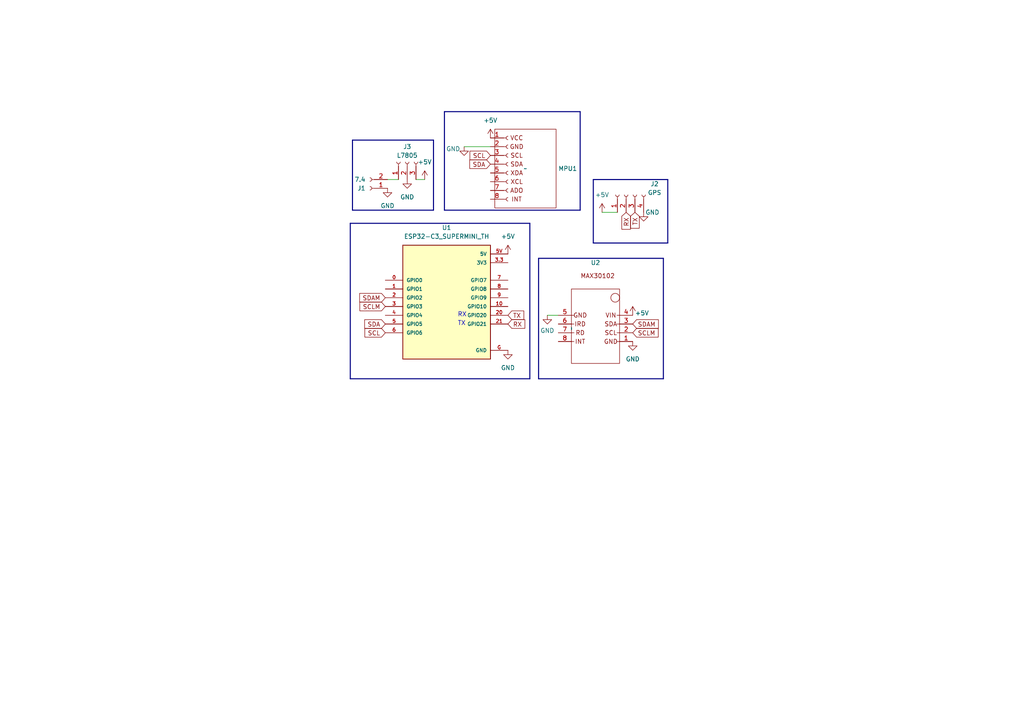
<source format=kicad_sch>
(kicad_sch (version 20230121) (generator eeschema)

  (uuid 04f87a8a-b6fa-48c9-add2-fbab3b3fb7dc)

  (paper "A4")

  (lib_symbols
    (symbol "Connector:Conn_01x02_Socket" (pin_names (offset 1.016) hide) (in_bom yes) (on_board yes)
      (property "Reference" "J" (at 0 2.54 0)
        (effects (font (size 1.27 1.27)))
      )
      (property "Value" "Conn_01x02_Socket" (at 0 -5.08 0)
        (effects (font (size 1.27 1.27)))
      )
      (property "Footprint" "" (at 0 0 0)
        (effects (font (size 1.27 1.27)) hide)
      )
      (property "Datasheet" "~" (at 0 0 0)
        (effects (font (size 1.27 1.27)) hide)
      )
      (property "ki_locked" "" (at 0 0 0)
        (effects (font (size 1.27 1.27)))
      )
      (property "ki_keywords" "connector" (at 0 0 0)
        (effects (font (size 1.27 1.27)) hide)
      )
      (property "ki_description" "Generic connector, single row, 01x02, script generated" (at 0 0 0)
        (effects (font (size 1.27 1.27)) hide)
      )
      (property "ki_fp_filters" "Connector*:*_1x??_*" (at 0 0 0)
        (effects (font (size 1.27 1.27)) hide)
      )
      (symbol "Conn_01x02_Socket_1_1"
        (arc (start 0 -2.032) (mid -0.5058 -2.54) (end 0 -3.048)
          (stroke (width 0.1524) (type default))
          (fill (type none))
        )
        (polyline
          (pts
            (xy -1.27 -2.54)
            (xy -0.508 -2.54)
          )
          (stroke (width 0.1524) (type default))
          (fill (type none))
        )
        (polyline
          (pts
            (xy -1.27 0)
            (xy -0.508 0)
          )
          (stroke (width 0.1524) (type default))
          (fill (type none))
        )
        (arc (start 0 0.508) (mid -0.5058 0) (end 0 -0.508)
          (stroke (width 0.1524) (type default))
          (fill (type none))
        )
        (pin passive line (at -5.08 0 0) (length 3.81)
          (name "Pin_1" (effects (font (size 1.27 1.27))))
          (number "1" (effects (font (size 1.27 1.27))))
        )
        (pin passive line (at -5.08 -2.54 0) (length 3.81)
          (name "Pin_2" (effects (font (size 1.27 1.27))))
          (number "2" (effects (font (size 1.27 1.27))))
        )
      )
    )
    (symbol "Connector:Conn_01x03_Socket" (pin_names (offset 1.016) hide) (in_bom yes) (on_board yes)
      (property "Reference" "J" (at 0 5.08 0)
        (effects (font (size 1.27 1.27)))
      )
      (property "Value" "Conn_01x03_Socket" (at 0 -5.08 0)
        (effects (font (size 1.27 1.27)))
      )
      (property "Footprint" "" (at 0 0 0)
        (effects (font (size 1.27 1.27)) hide)
      )
      (property "Datasheet" "~" (at 0 0 0)
        (effects (font (size 1.27 1.27)) hide)
      )
      (property "ki_locked" "" (at 0 0 0)
        (effects (font (size 1.27 1.27)))
      )
      (property "ki_keywords" "connector" (at 0 0 0)
        (effects (font (size 1.27 1.27)) hide)
      )
      (property "ki_description" "Generic connector, single row, 01x03, script generated" (at 0 0 0)
        (effects (font (size 1.27 1.27)) hide)
      )
      (property "ki_fp_filters" "Connector*:*_1x??_*" (at 0 0 0)
        (effects (font (size 1.27 1.27)) hide)
      )
      (symbol "Conn_01x03_Socket_1_1"
        (arc (start 0 -2.032) (mid -0.5058 -2.54) (end 0 -3.048)
          (stroke (width 0.1524) (type default))
          (fill (type none))
        )
        (polyline
          (pts
            (xy -1.27 -2.54)
            (xy -0.508 -2.54)
          )
          (stroke (width 0.1524) (type default))
          (fill (type none))
        )
        (polyline
          (pts
            (xy -1.27 0)
            (xy -0.508 0)
          )
          (stroke (width 0.1524) (type default))
          (fill (type none))
        )
        (polyline
          (pts
            (xy -1.27 2.54)
            (xy -0.508 2.54)
          )
          (stroke (width 0.1524) (type default))
          (fill (type none))
        )
        (arc (start 0 0.508) (mid -0.5058 0) (end 0 -0.508)
          (stroke (width 0.1524) (type default))
          (fill (type none))
        )
        (arc (start 0 3.048) (mid -0.5058 2.54) (end 0 2.032)
          (stroke (width 0.1524) (type default))
          (fill (type none))
        )
        (pin passive line (at -5.08 2.54 0) (length 3.81)
          (name "Pin_1" (effects (font (size 1.27 1.27))))
          (number "1" (effects (font (size 1.27 1.27))))
        )
        (pin passive line (at -5.08 0 0) (length 3.81)
          (name "Pin_2" (effects (font (size 1.27 1.27))))
          (number "2" (effects (font (size 1.27 1.27))))
        )
        (pin passive line (at -5.08 -2.54 0) (length 3.81)
          (name "Pin_3" (effects (font (size 1.27 1.27))))
          (number "3" (effects (font (size 1.27 1.27))))
        )
      )
    )
    (symbol "Connector:Conn_01x04_Socket" (pin_names (offset 1.016) hide) (in_bom yes) (on_board yes)
      (property "Reference" "J" (at 0 5.08 0)
        (effects (font (size 1.27 1.27)))
      )
      (property "Value" "Conn_01x04_Socket" (at 0 -7.62 0)
        (effects (font (size 1.27 1.27)))
      )
      (property "Footprint" "" (at 0 0 0)
        (effects (font (size 1.27 1.27)) hide)
      )
      (property "Datasheet" "~" (at 0 0 0)
        (effects (font (size 1.27 1.27)) hide)
      )
      (property "ki_locked" "" (at 0 0 0)
        (effects (font (size 1.27 1.27)))
      )
      (property "ki_keywords" "connector" (at 0 0 0)
        (effects (font (size 1.27 1.27)) hide)
      )
      (property "ki_description" "Generic connector, single row, 01x04, script generated" (at 0 0 0)
        (effects (font (size 1.27 1.27)) hide)
      )
      (property "ki_fp_filters" "Connector*:*_1x??_*" (at 0 0 0)
        (effects (font (size 1.27 1.27)) hide)
      )
      (symbol "Conn_01x04_Socket_1_1"
        (arc (start 0 -4.572) (mid -0.5058 -5.08) (end 0 -5.588)
          (stroke (width 0.1524) (type default))
          (fill (type none))
        )
        (arc (start 0 -2.032) (mid -0.5058 -2.54) (end 0 -3.048)
          (stroke (width 0.1524) (type default))
          (fill (type none))
        )
        (polyline
          (pts
            (xy -1.27 -5.08)
            (xy -0.508 -5.08)
          )
          (stroke (width 0.1524) (type default))
          (fill (type none))
        )
        (polyline
          (pts
            (xy -1.27 -2.54)
            (xy -0.508 -2.54)
          )
          (stroke (width 0.1524) (type default))
          (fill (type none))
        )
        (polyline
          (pts
            (xy -1.27 0)
            (xy -0.508 0)
          )
          (stroke (width 0.1524) (type default))
          (fill (type none))
        )
        (polyline
          (pts
            (xy -1.27 2.54)
            (xy -0.508 2.54)
          )
          (stroke (width 0.1524) (type default))
          (fill (type none))
        )
        (arc (start 0 0.508) (mid -0.5058 0) (end 0 -0.508)
          (stroke (width 0.1524) (type default))
          (fill (type none))
        )
        (arc (start 0 3.048) (mid -0.5058 2.54) (end 0 2.032)
          (stroke (width 0.1524) (type default))
          (fill (type none))
        )
        (pin passive line (at -5.08 2.54 0) (length 3.81)
          (name "Pin_1" (effects (font (size 1.27 1.27))))
          (number "1" (effects (font (size 1.27 1.27))))
        )
        (pin passive line (at -5.08 0 0) (length 3.81)
          (name "Pin_2" (effects (font (size 1.27 1.27))))
          (number "2" (effects (font (size 1.27 1.27))))
        )
        (pin passive line (at -5.08 -2.54 0) (length 3.81)
          (name "Pin_3" (effects (font (size 1.27 1.27))))
          (number "3" (effects (font (size 1.27 1.27))))
        )
        (pin passive line (at -5.08 -5.08 0) (length 3.81)
          (name "Pin_4" (effects (font (size 1.27 1.27))))
          (number "4" (effects (font (size 1.27 1.27))))
        )
      )
    )
    (symbol "ESP32-C3_SUPERMINI_TH:ESP32-C3_SUPERMINI_TH" (pin_names (offset 1.016)) (in_bom yes) (on_board yes)
      (property "Reference" "U" (at -12.7 16.002 0)
        (effects (font (size 1.27 1.27)) (justify left bottom))
      )
      (property "Value" "ESP32-C3_SUPERMINI_TH" (at -12.7 -20.32 0)
        (effects (font (size 1.27 1.27)) (justify left bottom))
      )
      (property "Footprint" "ESP32-C3_SUPERMINI_TH:MODULE_ESP32-C3_SUPERMINI" (at 0 0 0)
        (effects (font (size 1.27 1.27)) (justify bottom) hide)
      )
      (property "Datasheet" "" (at 0 0 0)
        (effects (font (size 1.27 1.27)) hide)
      )
      (property "MF" "Espressif Systems" (at 0 0 0)
        (effects (font (size 1.27 1.27)) (justify bottom) hide)
      )
      (property "MAXIMUM_PACKAGE_HEIGHT" "4.2mm" (at 0 0 0)
        (effects (font (size 1.27 1.27)) (justify bottom) hide)
      )
      (property "Package" "Package" (at 0 0 0)
        (effects (font (size 1.27 1.27)) (justify bottom) hide)
      )
      (property "Price" "None" (at 0 0 0)
        (effects (font (size 1.27 1.27)) (justify bottom) hide)
      )
      (property "Check_prices" "https://www.snapeda.com/parts/ESP32-C3%20SuperMini_TH/Espressif+Systems/view-part/?ref=eda" (at 0 0 0)
        (effects (font (size 1.27 1.27)) (justify bottom) hide)
      )
      (property "STANDARD" "Manufacturer Recommendations" (at 0 0 0)
        (effects (font (size 1.27 1.27)) (justify bottom) hide)
      )
      (property "PARTREV" "" (at 0 0 0)
        (effects (font (size 1.27 1.27)) (justify bottom) hide)
      )
      (property "SnapEDA_Link" "https://www.snapeda.com/parts/ESP32-C3%20SuperMini_TH/Espressif+Systems/view-part/?ref=snap" (at 0 0 0)
        (effects (font (size 1.27 1.27)) (justify bottom) hide)
      )
      (property "MP" "ESP32-C3 SuperMini_TH" (at 0 0 0)
        (effects (font (size 1.27 1.27)) (justify bottom) hide)
      )
      (property "Description" "\n                        \n                            Super tiny ESP32-C3 board\n                        \n" (at 0 0 0)
        (effects (font (size 1.27 1.27)) (justify bottom) hide)
      )
      (property "Availability" "Not in stock" (at 0 0 0)
        (effects (font (size 1.27 1.27)) (justify bottom) hide)
      )
      (property "MANUFACTURER" "Espressif" (at 0 0 0)
        (effects (font (size 1.27 1.27)) (justify bottom) hide)
      )
      (symbol "ESP32-C3_SUPERMINI_TH_0_0"
        (rectangle (start -12.7 -17.78) (end 12.7 15.24)
          (stroke (width 0.254) (type default))
          (fill (type background))
        )
        (pin bidirectional line (at -17.78 5.08 0) (length 5.08)
          (name "GPIO0" (effects (font (size 1.016 1.016))))
          (number "0" (effects (font (size 1.016 1.016))))
        )
        (pin bidirectional line (at -17.78 2.54 0) (length 5.08)
          (name "GPIO1" (effects (font (size 1.016 1.016))))
          (number "1" (effects (font (size 1.016 1.016))))
        )
        (pin bidirectional line (at 17.78 -2.54 180) (length 5.08)
          (name "GPIO10" (effects (font (size 1.016 1.016))))
          (number "10" (effects (font (size 1.016 1.016))))
        )
        (pin bidirectional line (at -17.78 0 0) (length 5.08)
          (name "GPIO2" (effects (font (size 1.016 1.016))))
          (number "2" (effects (font (size 1.016 1.016))))
        )
        (pin bidirectional line (at 17.78 -5.08 180) (length 5.08)
          (name "GPIO20" (effects (font (size 1.016 1.016))))
          (number "20" (effects (font (size 1.016 1.016))))
        )
        (pin bidirectional line (at 17.78 -7.62 180) (length 5.08)
          (name "GPIO21" (effects (font (size 1.016 1.016))))
          (number "21" (effects (font (size 1.016 1.016))))
        )
        (pin bidirectional line (at -17.78 -2.54 0) (length 5.08)
          (name "GPIO3" (effects (font (size 1.016 1.016))))
          (number "3" (effects (font (size 1.016 1.016))))
        )
        (pin power_in line (at 17.78 10.16 180) (length 5.08)
          (name "3V3" (effects (font (size 1.016 1.016))))
          (number "3.3" (effects (font (size 1.016 1.016))))
        )
        (pin bidirectional line (at -17.78 -5.08 0) (length 5.08)
          (name "GPIO4" (effects (font (size 1.016 1.016))))
          (number "4" (effects (font (size 1.016 1.016))))
        )
        (pin bidirectional line (at -17.78 -7.62 0) (length 5.08)
          (name "GPIO5" (effects (font (size 1.016 1.016))))
          (number "5" (effects (font (size 1.016 1.016))))
        )
        (pin power_in line (at 17.78 12.7 180) (length 5.08)
          (name "5V" (effects (font (size 1.016 1.016))))
          (number "5V" (effects (font (size 1.016 1.016))))
        )
        (pin bidirectional line (at -17.78 -10.16 0) (length 5.08)
          (name "GPIO6" (effects (font (size 1.016 1.016))))
          (number "6" (effects (font (size 1.016 1.016))))
        )
        (pin bidirectional line (at 17.78 5.08 180) (length 5.08)
          (name "GPIO7" (effects (font (size 1.016 1.016))))
          (number "7" (effects (font (size 1.016 1.016))))
        )
        (pin bidirectional line (at 17.78 2.54 180) (length 5.08)
          (name "GPIO8" (effects (font (size 1.016 1.016))))
          (number "8" (effects (font (size 1.016 1.016))))
        )
        (pin bidirectional line (at 17.78 0 180) (length 5.08)
          (name "GPIO9" (effects (font (size 1.016 1.016))))
          (number "9" (effects (font (size 1.016 1.016))))
        )
        (pin power_in line (at 17.78 -15.24 180) (length 5.08)
          (name "GND" (effects (font (size 1.016 1.016))))
          (number "G" (effects (font (size 1.016 1.016))))
        )
      )
    )
    (symbol "Huellas mias:MPU6050" (in_bom yes) (on_board yes)
      (property "Reference" "MPU6050" (at 0 13.97 0)
        (effects (font (size 1.27 1.27)))
      )
      (property "Value" "" (at 0 0 0)
        (effects (font (size 1.27 1.27)))
      )
      (property "Footprint" "" (at 0 0 0)
        (effects (font (size 1.27 1.27)) hide)
      )
      (property "Datasheet" "" (at 0 0 0)
        (effects (font (size 1.27 1.27)) hide)
      )
      (symbol "MPU6050_0_1"
        (rectangle (start 8.89 -11.43) (end -8.89 11.43)
          (stroke (width 0) (type default))
          (fill (type none))
        )
      )
      (symbol "MPU6050_1_1"
        (arc (start -5.08 -8.382) (mid -5.5858 -8.89) (end -5.08 -9.398)
          (stroke (width 0.1524) (type default))
          (fill (type none))
        )
        (arc (start -5.08 -5.842) (mid -5.5858 -6.35) (end -5.08 -6.858)
          (stroke (width 0.1524) (type default))
          (fill (type none))
        )
        (arc (start -5.08 -3.302) (mid -5.5858 -3.81) (end -5.08 -4.318)
          (stroke (width 0.1524) (type default))
          (fill (type none))
        )
        (arc (start -5.08 -0.762) (mid -5.5858 -1.27) (end -5.08 -1.778)
          (stroke (width 0.1524) (type default))
          (fill (type none))
        )
        (arc (start -5.08 1.778) (mid -5.5858 1.27) (end -5.08 0.762)
          (stroke (width 0.1524) (type default))
          (fill (type none))
        )
        (arc (start -5.08 4.318) (mid -5.5858 3.81) (end -5.08 3.302)
          (stroke (width 0.1524) (type default))
          (fill (type none))
        )
        (arc (start -5.08 6.858) (mid -5.5858 6.35) (end -5.08 5.842)
          (stroke (width 0.1524) (type default))
          (fill (type none))
        )
        (arc (start -5.08 9.398) (mid -5.5858 8.89) (end -5.08 8.382)
          (stroke (width 0.1524) (type default))
          (fill (type none))
        )
        (polyline
          (pts
            (xy -6.35 -8.89)
            (xy -5.588 -8.89)
          )
          (stroke (width 0.1524) (type default))
          (fill (type none))
        )
        (polyline
          (pts
            (xy -6.35 -6.35)
            (xy -5.588 -6.35)
          )
          (stroke (width 0.1524) (type default))
          (fill (type none))
        )
        (polyline
          (pts
            (xy -6.35 -3.81)
            (xy -5.588 -3.81)
          )
          (stroke (width 0.1524) (type default))
          (fill (type none))
        )
        (polyline
          (pts
            (xy -6.35 -1.27)
            (xy -5.588 -1.27)
          )
          (stroke (width 0.1524) (type default))
          (fill (type none))
        )
        (polyline
          (pts
            (xy -6.35 1.27)
            (xy -5.588 1.27)
          )
          (stroke (width 0.1524) (type default))
          (fill (type none))
        )
        (polyline
          (pts
            (xy -6.35 3.81)
            (xy -5.588 3.81)
          )
          (stroke (width 0.1524) (type default))
          (fill (type none))
        )
        (polyline
          (pts
            (xy -6.35 6.35)
            (xy -5.588 6.35)
          )
          (stroke (width 0.1524) (type default))
          (fill (type none))
        )
        (polyline
          (pts
            (xy -6.35 8.89)
            (xy -5.588 8.89)
          )
          (stroke (width 0.1524) (type default))
          (fill (type none))
        )
        (text "ADO" (at -2.54 -6.35 0)
          (effects (font (size 1.27 1.27)))
        )
        (text "GND\n" (at -2.54 6.35 0)
          (effects (font (size 1.27 1.27)))
        )
        (text "INT" (at -2.54 -8.89 0)
          (effects (font (size 1.27 1.27)))
        )
        (text "SCL\n" (at -2.54 3.81 0)
          (effects (font (size 1.27 1.27)))
        )
        (text "SDA" (at -2.54 1.27 0)
          (effects (font (size 1.27 1.27)))
        )
        (text "VCC" (at -2.54 8.89 0)
          (effects (font (size 1.27 1.27)))
        )
        (text "XCL" (at -2.54 -3.81 0)
          (effects (font (size 1.27 1.27)))
        )
        (text "XDA" (at -2.54 -1.27 0)
          (effects (font (size 1.27 1.27)))
        )
        (pin passive line (at -10.16 8.89 0) (length 3.81)
          (name "" (effects (font (size 1.27 1.27))))
          (number "1" (effects (font (size 1.27 1.27))))
        )
        (pin passive line (at -10.16 6.35 0) (length 3.81)
          (name "" (effects (font (size 1.27 1.27))))
          (number "2" (effects (font (size 1.27 1.27))))
        )
        (pin passive line (at -10.16 3.81 0) (length 3.81)
          (name "" (effects (font (size 1.27 1.27))))
          (number "3" (effects (font (size 1.27 1.27))))
        )
        (pin passive line (at -10.16 1.27 0) (length 3.81)
          (name "" (effects (font (size 1.27 1.27))))
          (number "4" (effects (font (size 1.27 1.27))))
        )
        (pin passive line (at -10.16 -1.27 0) (length 3.81)
          (name "" (effects (font (size 1.27 1.27))))
          (number "5" (effects (font (size 1.27 1.27))))
        )
        (pin passive line (at -10.16 -3.81 0) (length 3.81)
          (name "" (effects (font (size 1.27 1.27))))
          (number "6" (effects (font (size 1.27 1.27))))
        )
        (pin passive line (at -10.16 -6.35 0) (length 3.81)
          (name "" (effects (font (size 1.27 1.27))))
          (number "7" (effects (font (size 1.27 1.27))))
        )
        (pin passive line (at -10.16 -8.89 0) (length 3.81)
          (name "" (effects (font (size 1.27 1.27))))
          (number "8" (effects (font (size 1.27 1.27))))
        )
      )
    )
    (symbol "Huellas mias:Max30102" (in_bom yes) (on_board yes)
      (property "Reference" "U" (at 0 11.43 0)
        (effects (font (size 1.27 1.27)))
      )
      (property "Value" "" (at -7.62 -1.27 90)
        (effects (font (size 1.27 1.27)))
      )
      (property "Footprint" "" (at -7.62 -1.27 90)
        (effects (font (size 1.27 1.27)) hide)
      )
      (property "Datasheet" "" (at -7.62 -1.27 90)
        (effects (font (size 1.27 1.27)) hide)
      )
      (symbol "Max30102_0_1"
        (rectangle (start -7.62 10.16) (end 6.35 -11.43)
          (stroke (width 0) (type default))
          (fill (type none))
        )
        (circle (center 5.08 7.62) (radius 1.27)
          (stroke (width 0) (type default))
          (fill (type none))
        )
      )
      (symbol "Max30102_1_1"
        (polyline
          (pts
            (xy -7.62 -5.08)
            (xy -6.858 -5.08)
          )
          (stroke (width 0.1524) (type default))
          (fill (type none))
        )
        (polyline
          (pts
            (xy -7.62 -2.54)
            (xy -6.858 -2.54)
          )
          (stroke (width 0.1524) (type default))
          (fill (type none))
        )
        (polyline
          (pts
            (xy -7.62 0)
            (xy -6.858 0)
          )
          (stroke (width 0.1524) (type default))
          (fill (type none))
        )
        (polyline
          (pts
            (xy -7.62 2.54)
            (xy -6.858 2.54)
          )
          (stroke (width 0.1524) (type default))
          (fill (type none))
        )
        (polyline
          (pts
            (xy 6.35 -5.08)
            (xy 5.588 -5.08)
          )
          (stroke (width 0.1524) (type default))
          (fill (type none))
        )
        (polyline
          (pts
            (xy 6.35 -2.54)
            (xy 5.588 -2.54)
          )
          (stroke (width 0.1524) (type default))
          (fill (type none))
        )
        (polyline
          (pts
            (xy 6.35 0)
            (xy 5.588 0)
          )
          (stroke (width 0.1524) (type default))
          (fill (type none))
        )
        (polyline
          (pts
            (xy 6.35 2.54)
            (xy 5.588 2.54)
          )
          (stroke (width 0.1524) (type default))
          (fill (type none))
        )
        (text "GND" (at -5.08 2.54 0)
          (effects (font (size 1.27 1.27)))
        )
        (text "GND\n" (at 3.81 -5.08 0)
          (effects (font (size 1.27 1.27)))
        )
        (text "INT\n" (at -5.08 -5.08 0)
          (effects (font (size 1.27 1.27)))
        )
        (text "IRD" (at -5.08 0 0)
          (effects (font (size 1.27 1.27)))
        )
        (text "MAX30102\n" (at 0 13.97 0)
          (effects (font (size 1.27 1.27)))
        )
        (text "RD" (at -5.08 -2.54 0)
          (effects (font (size 1.27 1.27)))
        )
        (text "SCL" (at 3.81 -2.54 0)
          (effects (font (size 1.27 1.27)))
        )
        (text "SDA" (at 3.81 0 0)
          (effects (font (size 1.27 1.27)))
        )
        (text "VIN" (at 3.81 2.54 0)
          (effects (font (size 1.27 1.27)))
        )
        (pin passive line (at 10.16 -5.08 180) (length 3.81)
          (name "" (effects (font (size 1.27 1.27))))
          (number "1" (effects (font (size 1.27 1.27))))
        )
        (pin passive line (at 10.16 -2.54 180) (length 3.81)
          (name "" (effects (font (size 1.27 1.27))))
          (number "2" (effects (font (size 1.27 1.27))))
        )
        (pin passive line (at 10.16 0 180) (length 3.81)
          (name "" (effects (font (size 1.27 1.27))))
          (number "3" (effects (font (size 1.27 1.27))))
        )
        (pin passive line (at 10.16 2.54 180) (length 3.81)
          (name "" (effects (font (size 1.27 1.27))))
          (number "4" (effects (font (size 1.27 1.27))))
        )
        (pin passive line (at -11.43 2.54 0) (length 3.81)
          (name "" (effects (font (size 1.27 1.27))))
          (number "5" (effects (font (size 1.27 1.27))))
        )
        (pin passive line (at -11.43 0 0) (length 3.81)
          (name "" (effects (font (size 1.27 1.27))))
          (number "6" (effects (font (size 1.27 1.27))))
        )
        (pin passive line (at -11.43 -2.54 0) (length 3.81)
          (name "" (effects (font (size 1.27 1.27))))
          (number "7" (effects (font (size 1.27 1.27))))
        )
        (pin passive line (at -11.43 -5.08 0) (length 3.81)
          (name "" (effects (font (size 1.27 1.27))))
          (number "8" (effects (font (size 1.27 1.27))))
        )
      )
    )
    (symbol "power:+5V" (power) (pin_names (offset 0)) (in_bom yes) (on_board yes)
      (property "Reference" "#PWR" (at 0 -3.81 0)
        (effects (font (size 1.27 1.27)) hide)
      )
      (property "Value" "+5V" (at 0 3.556 0)
        (effects (font (size 1.27 1.27)))
      )
      (property "Footprint" "" (at 0 0 0)
        (effects (font (size 1.27 1.27)) hide)
      )
      (property "Datasheet" "" (at 0 0 0)
        (effects (font (size 1.27 1.27)) hide)
      )
      (property "ki_keywords" "global power" (at 0 0 0)
        (effects (font (size 1.27 1.27)) hide)
      )
      (property "ki_description" "Power symbol creates a global label with name \"+5V\"" (at 0 0 0)
        (effects (font (size 1.27 1.27)) hide)
      )
      (symbol "+5V_0_1"
        (polyline
          (pts
            (xy -0.762 1.27)
            (xy 0 2.54)
          )
          (stroke (width 0) (type default))
          (fill (type none))
        )
        (polyline
          (pts
            (xy 0 0)
            (xy 0 2.54)
          )
          (stroke (width 0) (type default))
          (fill (type none))
        )
        (polyline
          (pts
            (xy 0 2.54)
            (xy 0.762 1.27)
          )
          (stroke (width 0) (type default))
          (fill (type none))
        )
      )
      (symbol "+5V_1_1"
        (pin power_in line (at 0 0 90) (length 0) hide
          (name "+5V" (effects (font (size 1.27 1.27))))
          (number "1" (effects (font (size 1.27 1.27))))
        )
      )
    )
    (symbol "power:GND" (power) (pin_names (offset 0)) (in_bom yes) (on_board yes)
      (property "Reference" "#PWR" (at 0 -6.35 0)
        (effects (font (size 1.27 1.27)) hide)
      )
      (property "Value" "GND" (at 0 -3.81 0)
        (effects (font (size 1.27 1.27)))
      )
      (property "Footprint" "" (at 0 0 0)
        (effects (font (size 1.27 1.27)) hide)
      )
      (property "Datasheet" "" (at 0 0 0)
        (effects (font (size 1.27 1.27)) hide)
      )
      (property "ki_keywords" "global power" (at 0 0 0)
        (effects (font (size 1.27 1.27)) hide)
      )
      (property "ki_description" "Power symbol creates a global label with name \"GND\" , ground" (at 0 0 0)
        (effects (font (size 1.27 1.27)) hide)
      )
      (symbol "GND_0_1"
        (polyline
          (pts
            (xy 0 0)
            (xy 0 -1.27)
            (xy 1.27 -1.27)
            (xy 0 -2.54)
            (xy -1.27 -1.27)
            (xy 0 -1.27)
          )
          (stroke (width 0) (type default))
          (fill (type none))
        )
      )
      (symbol "GND_1_1"
        (pin power_in line (at 0 0 270) (length 0) hide
          (name "GND" (effects (font (size 1.27 1.27))))
          (number "1" (effects (font (size 1.27 1.27))))
        )
      )
    )
  )


  (bus (pts (xy 193.675 70.485) (xy 172.085 70.485))
    (stroke (width 0) (type default))
    (uuid 02942b3f-32c0-4687-85c7-271d422bd25a)
  )
  (bus (pts (xy 156.21 74.93) (xy 156.21 109.855))
    (stroke (width 0) (type default))
    (uuid 0ecf5631-62ef-4b3c-8f3e-7fe0e92c2714)
  )
  (bus (pts (xy 192.405 109.855) (xy 192.405 74.93))
    (stroke (width 0) (type default))
    (uuid 0f86b6b2-fb5a-4fe3-bfda-9f7af91e5df8)
  )

  (wire (pts (xy 112.395 52.07) (xy 115.57 52.07))
    (stroke (width 0) (type default))
    (uuid 1d10445c-ae80-48a5-8a00-34345bccad9a)
  )
  (bus (pts (xy 102.235 60.96) (xy 102.235 40.64))
    (stroke (width 0) (type default))
    (uuid 1ede57d9-6f14-4d0c-8af1-761c273dd625)
  )
  (bus (pts (xy 128.905 60.96) (xy 128.905 32.385))
    (stroke (width 0) (type default))
    (uuid 1f873eef-58b2-4423-bd79-e1f443493413)
  )

  (wire (pts (xy 158.75 91.44) (xy 161.925 91.44))
    (stroke (width 0) (type default))
    (uuid 34ef4a91-a438-4648-bcb3-6d498581ef0e)
  )
  (bus (pts (xy 156.21 109.855) (xy 192.405 109.855))
    (stroke (width 0) (type default))
    (uuid 3aa548d0-5b72-49e7-84e4-58465553c336)
  )
  (bus (pts (xy 156.21 74.93) (xy 192.405 74.93))
    (stroke (width 0) (type default))
    (uuid 3af18a6c-cb06-4356-b00c-17e1980313b7)
  )
  (bus (pts (xy 168.275 60.96) (xy 128.905 60.96))
    (stroke (width 0) (type default))
    (uuid 4e8ae84d-5256-4eaa-bc89-e53c451381f4)
  )
  (bus (pts (xy 168.275 32.385) (xy 168.275 60.96))
    (stroke (width 0) (type default))
    (uuid 5c8de15e-d451-48e9-92be-b26dd78ca37e)
  )
  (bus (pts (xy 102.235 40.64) (xy 125.73 40.64))
    (stroke (width 0) (type default))
    (uuid 740bd57a-c8f3-4920-9f6b-c5f5adda0c79)
  )
  (bus (pts (xy 101.6 64.77) (xy 101.6 109.855))
    (stroke (width 0) (type default))
    (uuid 7548a2c7-6dfe-49c6-8fb4-18804a00313c)
  )

  (wire (pts (xy 134.62 42.545) (xy 142.24 42.545))
    (stroke (width 0) (type default))
    (uuid 77f6acf8-a5fe-4caf-a794-87fb47414e09)
  )
  (bus (pts (xy 153.67 64.77) (xy 153.67 109.855))
    (stroke (width 0) (type default))
    (uuid 7ec1a84c-03a9-425e-add3-d60bf02d6251)
  )
  (bus (pts (xy 153.67 109.855) (xy 101.6 109.855))
    (stroke (width 0) (type default))
    (uuid 852a146d-d595-4f5f-a0d0-ec3d8011bb3e)
  )
  (bus (pts (xy 128.905 32.385) (xy 168.275 32.385))
    (stroke (width 0) (type default))
    (uuid 8f61d041-114a-40f8-b846-bb9a45ecb96d)
  )
  (bus (pts (xy 193.675 52.07) (xy 193.675 70.485))
    (stroke (width 0) (type default))
    (uuid a37a16c2-89b6-445b-822d-4b9002299d77)
  )
  (bus (pts (xy 125.73 40.64) (xy 125.73 60.96))
    (stroke (width 0) (type default))
    (uuid a902b85d-3733-4c0d-857d-46e48b8eb14c)
  )

  (wire (pts (xy 174.625 61.595) (xy 179.07 61.595))
    (stroke (width 0) (type default))
    (uuid ae120e4d-1778-4441-9bbd-0b8701005622)
  )
  (bus (pts (xy 172.085 52.07) (xy 172.085 70.485))
    (stroke (width 0) (type default))
    (uuid c55b5df6-eb54-47b0-9172-7c63c92fadb2)
  )
  (bus (pts (xy 172.085 52.07) (xy 193.675 52.07))
    (stroke (width 0) (type default))
    (uuid ce8f9a72-bd54-48c5-be1b-4ef5a861520c)
  )

  (wire (pts (xy 120.65 52.07) (xy 123.19 52.07))
    (stroke (width 0) (type default))
    (uuid d06cf34b-3020-447e-b6c7-d892b452a7d6)
  )
  (bus (pts (xy 102.235 60.96) (xy 125.73 60.96))
    (stroke (width 0) (type default))
    (uuid f5b2f11e-39d9-4539-bc83-27f9dbf4c6d5)
  )
  (bus (pts (xy 101.6 64.77) (xy 153.67 64.77))
    (stroke (width 0) (type default))
    (uuid f9e37c16-6ab0-4005-99c9-59535cfc4b04)
  )

  (text "TX" (at 132.715 94.615 0)
    (effects (font (size 1.27 1.27)) (justify left bottom))
    (uuid 19fc26fe-03d8-45fe-89c8-5c0b651b8b1c)
  )
  (text "RX" (at 132.715 92.075 0)
    (effects (font (size 1.27 1.27)) (justify left bottom))
    (uuid 7cfc38d8-d6c7-41ae-8454-17979247a538)
  )

  (global_label "SCL" (shape input) (at 142.24 45.085 180) (fields_autoplaced)
    (effects (font (size 1.27 1.27)) (justify right))
    (uuid 069fb96d-01de-43fb-8e6d-239f57a431ff)
    (property "Intersheetrefs" "${INTERSHEET_REFS}" (at 135.7472 45.085 0)
      (effects (font (size 1.27 1.27)) (justify right) hide)
    )
  )
  (global_label "TX" (shape input) (at 147.32 91.44 0) (fields_autoplaced)
    (effects (font (size 1.27 1.27)) (justify left))
    (uuid 15453d49-c2fd-4f40-aa7c-98fa5b43978c)
    (property "Intersheetrefs" "${INTERSHEET_REFS}" (at 152.4823 91.44 0)
      (effects (font (size 1.27 1.27)) (justify left) hide)
    )
  )
  (global_label "RX" (shape input) (at 147.32 93.98 0) (fields_autoplaced)
    (effects (font (size 1.27 1.27)) (justify left))
    (uuid 204431de-faaf-4046-9e08-c82991499a74)
    (property "Intersheetrefs" "${INTERSHEET_REFS}" (at 152.7847 93.98 0)
      (effects (font (size 1.27 1.27)) (justify left) hide)
    )
  )
  (global_label "SCLM" (shape input) (at 183.515 96.52 0) (fields_autoplaced)
    (effects (font (size 1.27 1.27)) (justify left))
    (uuid 2b322960-8e4b-4788-ab4a-448208c9607c)
    (property "Intersheetrefs" "${INTERSHEET_REFS}" (at 191.4592 96.52 0)
      (effects (font (size 1.27 1.27)) (justify left) hide)
    )
  )
  (global_label "SDA" (shape input) (at 111.76 93.98 180) (fields_autoplaced)
    (effects (font (size 1.27 1.27)) (justify right))
    (uuid 497455b0-c173-46c6-8fe1-a4f26996e0fa)
    (property "Intersheetrefs" "${INTERSHEET_REFS}" (at 105.2067 93.98 0)
      (effects (font (size 1.27 1.27)) (justify right) hide)
    )
  )
  (global_label "SDA" (shape input) (at 142.24 47.625 180) (fields_autoplaced)
    (effects (font (size 1.27 1.27)) (justify right))
    (uuid 720ffbac-54c9-4f0d-827d-8153aa736a69)
    (property "Intersheetrefs" "${INTERSHEET_REFS}" (at 135.6867 47.625 0)
      (effects (font (size 1.27 1.27)) (justify right) hide)
    )
  )
  (global_label "SDAM" (shape input) (at 111.76 86.36 180) (fields_autoplaced)
    (effects (font (size 1.27 1.27)) (justify right))
    (uuid 8563997c-0488-4d99-8e85-38f050bcb9d1)
    (property "Intersheetrefs" "${INTERSHEET_REFS}" (at 103.7553 86.36 0)
      (effects (font (size 1.27 1.27)) (justify right) hide)
    )
  )
  (global_label "SCL" (shape input) (at 111.76 96.52 180) (fields_autoplaced)
    (effects (font (size 1.27 1.27)) (justify right))
    (uuid 96cdd387-809e-4652-a17f-8f363d4f5568)
    (property "Intersheetrefs" "${INTERSHEET_REFS}" (at 105.2672 96.52 0)
      (effects (font (size 1.27 1.27)) (justify right) hide)
    )
  )
  (global_label "RX" (shape input) (at 181.61 61.595 270) (fields_autoplaced)
    (effects (font (size 1.27 1.27)) (justify right))
    (uuid 9e79f956-1a00-4aa3-9066-2bd76e0595a2)
    (property "Intersheetrefs" "${INTERSHEET_REFS}" (at 181.61 67.0597 90)
      (effects (font (size 1.27 1.27)) (justify left) hide)
    )
  )
  (global_label "TX" (shape input) (at 184.15 61.595 270) (fields_autoplaced)
    (effects (font (size 1.27 1.27)) (justify right))
    (uuid a5eb4aed-816b-454f-be7c-7b88fe6be188)
    (property "Intersheetrefs" "${INTERSHEET_REFS}" (at 184.15 66.7573 90)
      (effects (font (size 1.27 1.27)) (justify left) hide)
    )
  )
  (global_label "SDAM" (shape input) (at 183.515 93.98 0) (fields_autoplaced)
    (effects (font (size 1.27 1.27)) (justify left))
    (uuid a9485b0d-f046-43b1-be6d-4ebb4d393049)
    (property "Intersheetrefs" "${INTERSHEET_REFS}" (at 191.5197 93.98 0)
      (effects (font (size 1.27 1.27)) (justify left) hide)
    )
  )
  (global_label "SCLM" (shape input) (at 111.76 88.9 180) (fields_autoplaced)
    (effects (font (size 1.27 1.27)) (justify right))
    (uuid c370f576-11f9-4849-9236-1e02b5c31767)
    (property "Intersheetrefs" "${INTERSHEET_REFS}" (at 103.8158 88.9 0)
      (effects (font (size 1.27 1.27)) (justify right) hide)
    )
  )

  (symbol (lib_id "power:GND") (at 186.69 61.595 0) (unit 1)
    (in_bom yes) (on_board yes) (dnp no)
    (uuid 0508ea33-b89c-45ff-99e7-8a3b5c095931)
    (property "Reference" "#PWR02" (at 186.69 67.945 0)
      (effects (font (size 1.27 1.27)) hide)
    )
    (property "Value" "GND" (at 189.23 61.595 0)
      (effects (font (size 1.27 1.27)))
    )
    (property "Footprint" "" (at 186.69 61.595 0)
      (effects (font (size 1.27 1.27)) hide)
    )
    (property "Datasheet" "" (at 186.69 61.595 0)
      (effects (font (size 1.27 1.27)) hide)
    )
    (pin "1" (uuid 76977d40-ce4a-443a-b9a4-2c15434248ea))
    (instances
      (project "Placas generales California"
        (path "/04f87a8a-b6fa-48c9-add2-fbab3b3fb7dc"
          (reference "#PWR02") (unit 1)
        )
      )
    )
  )

  (symbol (lib_id "power:+5V") (at 147.32 73.66 0) (unit 1)
    (in_bom yes) (on_board yes) (dnp no) (fields_autoplaced)
    (uuid 10b1c523-0b43-403e-bb1e-6f6b1bbed779)
    (property "Reference" "#PWR07" (at 147.32 77.47 0)
      (effects (font (size 1.27 1.27)) hide)
    )
    (property "Value" "+5V" (at 147.32 68.58 0)
      (effects (font (size 1.27 1.27)))
    )
    (property "Footprint" "" (at 147.32 73.66 0)
      (effects (font (size 1.27 1.27)) hide)
    )
    (property "Datasheet" "" (at 147.32 73.66 0)
      (effects (font (size 1.27 1.27)) hide)
    )
    (pin "1" (uuid 37359c7c-a345-4f34-a5a7-ad9eb9a20e99))
    (instances
      (project "Placas generales California"
        (path "/04f87a8a-b6fa-48c9-add2-fbab3b3fb7dc"
          (reference "#PWR07") (unit 1)
        )
      )
    )
  )

  (symbol (lib_id "Connector:Conn_01x02_Socket") (at 107.315 54.61 180) (unit 1)
    (in_bom yes) (on_board yes) (dnp no)
    (uuid 21da84bf-b8a3-4703-8c39-73c8cefbf572)
    (property "Reference" "J1" (at 106.045 54.61 0)
      (effects (font (size 1.27 1.27)) (justify left))
    )
    (property "Value" "7.4" (at 106.045 52.07 0)
      (effects (font (size 1.27 1.27)) (justify left))
    )
    (property "Footprint" "Connector_PinSocket_2.54mm:PinSocket_1x02_P2.54mm_Vertical" (at 107.315 54.61 0)
      (effects (font (size 1.27 1.27)) hide)
    )
    (property "Datasheet" "~" (at 107.315 54.61 0)
      (effects (font (size 1.27 1.27)) hide)
    )
    (pin "2" (uuid 9f4af31c-eec0-486c-8b35-2d11c91dfad1))
    (pin "1" (uuid 846f8397-36c3-48d1-ab16-c50495616138))
    (instances
      (project "Placas generales California"
        (path "/04f87a8a-b6fa-48c9-add2-fbab3b3fb7dc"
          (reference "J1") (unit 1)
        )
      )
    )
  )

  (symbol (lib_id "power:GND") (at 112.395 54.61 0) (unit 1)
    (in_bom yes) (on_board yes) (dnp no) (fields_autoplaced)
    (uuid 3488894b-f8cc-41ad-b0f6-a31684791a98)
    (property "Reference" "#PWR08" (at 112.395 60.96 0)
      (effects (font (size 1.27 1.27)) hide)
    )
    (property "Value" "GND" (at 112.395 59.69 0)
      (effects (font (size 1.27 1.27)))
    )
    (property "Footprint" "" (at 112.395 54.61 0)
      (effects (font (size 1.27 1.27)) hide)
    )
    (property "Datasheet" "" (at 112.395 54.61 0)
      (effects (font (size 1.27 1.27)) hide)
    )
    (pin "1" (uuid 3f605a35-b57e-48cc-b411-08627561bafd))
    (instances
      (project "Placas generales California"
        (path "/04f87a8a-b6fa-48c9-add2-fbab3b3fb7dc"
          (reference "#PWR08") (unit 1)
        )
      )
    )
  )

  (symbol (lib_id "power:GND") (at 158.75 91.44 0) (unit 1)
    (in_bom yes) (on_board yes) (dnp no)
    (uuid 34ac3663-3695-40de-bb49-75a7394fcb00)
    (property "Reference" "#PWR012" (at 158.75 97.79 0)
      (effects (font (size 1.27 1.27)) hide)
    )
    (property "Value" "GND" (at 158.75 95.885 0)
      (effects (font (size 1.27 1.27)))
    )
    (property "Footprint" "" (at 158.75 91.44 0)
      (effects (font (size 1.27 1.27)) hide)
    )
    (property "Datasheet" "" (at 158.75 91.44 0)
      (effects (font (size 1.27 1.27)) hide)
    )
    (pin "1" (uuid b0f6c6f3-03d9-4bc1-bb63-60bf0850eafc))
    (instances
      (project "Placas generales California"
        (path "/04f87a8a-b6fa-48c9-add2-fbab3b3fb7dc"
          (reference "#PWR012") (unit 1)
        )
      )
    )
  )

  (symbol (lib_id "power:GND") (at 147.32 101.6 0) (unit 1)
    (in_bom yes) (on_board yes) (dnp no)
    (uuid 364e788c-2008-447b-a7a4-3b2fc90050fc)
    (property "Reference" "#PWR01" (at 147.32 107.95 0)
      (effects (font (size 1.27 1.27)) hide)
    )
    (property "Value" "GND" (at 147.32 106.68 0)
      (effects (font (size 1.27 1.27)))
    )
    (property "Footprint" "" (at 147.32 101.6 0)
      (effects (font (size 1.27 1.27)) hide)
    )
    (property "Datasheet" "" (at 147.32 101.6 0)
      (effects (font (size 1.27 1.27)) hide)
    )
    (pin "1" (uuid 7e0638fb-3861-4b43-9ce3-3eb8dc48242c))
    (instances
      (project "Placas generales California"
        (path "/04f87a8a-b6fa-48c9-add2-fbab3b3fb7dc"
          (reference "#PWR01") (unit 1)
        )
      )
    )
  )

  (symbol (lib_id "power:GND") (at 118.11 52.07 0) (unit 1)
    (in_bom yes) (on_board yes) (dnp no) (fields_autoplaced)
    (uuid 3930f835-8ef3-4a48-95dc-40f34b91e0aa)
    (property "Reference" "#PWR09" (at 118.11 58.42 0)
      (effects (font (size 1.27 1.27)) hide)
    )
    (property "Value" "GND" (at 118.11 57.15 0)
      (effects (font (size 1.27 1.27)))
    )
    (property "Footprint" "" (at 118.11 52.07 0)
      (effects (font (size 1.27 1.27)) hide)
    )
    (property "Datasheet" "" (at 118.11 52.07 0)
      (effects (font (size 1.27 1.27)) hide)
    )
    (pin "1" (uuid 522d0e32-beb3-4708-98bc-35cbc3539ea8))
    (instances
      (project "Placas generales California"
        (path "/04f87a8a-b6fa-48c9-add2-fbab3b3fb7dc"
          (reference "#PWR09") (unit 1)
        )
      )
    )
  )

  (symbol (lib_id "ESP32-C3_SUPERMINI_TH:ESP32-C3_SUPERMINI_TH") (at 129.54 86.36 0) (unit 1)
    (in_bom yes) (on_board yes) (dnp no) (fields_autoplaced)
    (uuid 46a91fc5-c7a9-439e-9b57-9081fd5ffc0d)
    (property "Reference" "U1" (at 129.54 66.04 0)
      (effects (font (size 1.27 1.27)))
    )
    (property "Value" "ESP32-C3_SUPERMINI_TH" (at 129.54 68.58 0)
      (effects (font (size 1.27 1.27)))
    )
    (property "Footprint" "ESP32-C3_SUPERMINI_TH:MODULE_ESP32-C3_SUPERMINI" (at 129.54 86.36 0)
      (effects (font (size 1.27 1.27)) (justify bottom) hide)
    )
    (property "Datasheet" "" (at 129.54 86.36 0)
      (effects (font (size 1.27 1.27)) hide)
    )
    (property "MF" "Espressif Systems" (at 129.54 86.36 0)
      (effects (font (size 1.27 1.27)) (justify bottom) hide)
    )
    (property "MAXIMUM_PACKAGE_HEIGHT" "4.2mm" (at 129.54 86.36 0)
      (effects (font (size 1.27 1.27)) (justify bottom) hide)
    )
    (property "Package" "Package" (at 129.54 86.36 0)
      (effects (font (size 1.27 1.27)) (justify bottom) hide)
    )
    (property "Price" "None" (at 129.54 86.36 0)
      (effects (font (size 1.27 1.27)) (justify bottom) hide)
    )
    (property "Check_prices" "https://www.snapeda.com/parts/ESP32-C3%20SuperMini_TH/Espressif+Systems/view-part/?ref=eda" (at 129.54 86.36 0)
      (effects (font (size 1.27 1.27)) (justify bottom) hide)
    )
    (property "STANDARD" "Manufacturer Recommendations" (at 129.54 86.36 0)
      (effects (font (size 1.27 1.27)) (justify bottom) hide)
    )
    (property "PARTREV" "" (at 129.54 86.36 0)
      (effects (font (size 1.27 1.27)) (justify bottom) hide)
    )
    (property "SnapEDA_Link" "https://www.snapeda.com/parts/ESP32-C3%20SuperMini_TH/Espressif+Systems/view-part/?ref=snap" (at 129.54 86.36 0)
      (effects (font (size 1.27 1.27)) (justify bottom) hide)
    )
    (property "MP" "ESP32-C3 SuperMini_TH" (at 129.54 86.36 0)
      (effects (font (size 1.27 1.27)) (justify bottom) hide)
    )
    (property "Description" "\n                        \n                            Super tiny ESP32-C3 board\n                        \n" (at 129.54 86.36 0)
      (effects (font (size 1.27 1.27)) (justify bottom) hide)
    )
    (property "Availability" "Not in stock" (at 129.54 86.36 0)
      (effects (font (size 1.27 1.27)) (justify bottom) hide)
    )
    (property "MANUFACTURER" "Espressif" (at 129.54 86.36 0)
      (effects (font (size 1.27 1.27)) (justify bottom) hide)
    )
    (pin "3.3" (uuid 4f1da610-71e7-496c-bfbb-e81be1ccc204))
    (pin "9" (uuid c1760496-381d-4cc2-b4a8-544845072f63))
    (pin "4" (uuid 696a583d-4a98-4aec-929e-c1f913f18963))
    (pin "5V" (uuid 49b26076-57a7-4a96-89d7-ff81d1ef4db6))
    (pin "1" (uuid 5e35ba41-df25-4323-abb0-8e2527f3859d))
    (pin "10" (uuid bfe367b1-13e9-49e9-aaeb-a74719ad6e54))
    (pin "7" (uuid c8f910f1-dcf8-49e7-8cc5-8c167a250f5b))
    (pin "0" (uuid 57d4bed8-a886-4429-b3a0-7c5d4d154a35))
    (pin "21" (uuid 0fee77cf-77eb-4856-a396-d5877d33d46f))
    (pin "G" (uuid 5a34c224-0fd1-4d4b-88e6-3a372653be77))
    (pin "6" (uuid 658dc44e-8027-4d2c-b9df-61078dd0b620))
    (pin "5" (uuid 7bc28f2e-185e-48ab-a3d3-b8ae2b4a4630))
    (pin "20" (uuid 7f41e1ed-171c-42f2-a6ed-8725a96896c7))
    (pin "3" (uuid ef503a11-6cd9-42c3-a90b-65dfac230dda))
    (pin "2" (uuid e99da0b6-07e8-413a-b5ea-0160ba900380))
    (pin "8" (uuid bcfd49ef-6584-4b10-b00f-1e3131ca9ff3))
    (instances
      (project "Placas generales California"
        (path "/04f87a8a-b6fa-48c9-add2-fbab3b3fb7dc"
          (reference "U1") (unit 1)
        )
      )
    )
  )

  (symbol (lib_id "Huellas mias:MPU6050") (at 152.4 48.895 0) (unit 1)
    (in_bom yes) (on_board yes) (dnp no) (fields_autoplaced)
    (uuid 4914e1a6-a0e7-43f2-8fa0-aaf64c55c095)
    (property "Reference" "MPU1" (at 161.925 48.895 0)
      (effects (font (size 1.27 1.27)) (justify left))
    )
    (property "Value" "~" (at 152.4 48.895 0)
      (effects (font (size 1.27 1.27)))
    )
    (property "Footprint" "HUELLAS MIAS:MPU6050" (at 152.4 48.895 0)
      (effects (font (size 1.27 1.27)) hide)
    )
    (property "Datasheet" "" (at 152.4 48.895 0)
      (effects (font (size 1.27 1.27)) hide)
    )
    (pin "4" (uuid 0ce54a49-dcd6-4b0d-a0d3-cb343858cafe))
    (pin "1" (uuid acbc9efd-1f7e-4b3f-841c-0c2a415f20d5))
    (pin "5" (uuid cae8f52a-d6f4-4866-94b6-fbcc11ad20f3))
    (pin "3" (uuid 147179af-8107-4b18-91f4-3c16f7f4e21b))
    (pin "6" (uuid cea34e18-248d-4327-af1f-4c371e158e97))
    (pin "7" (uuid e99b1cd3-9627-4c82-abf4-a204121163e0))
    (pin "2" (uuid 05c4f0ae-eb4a-4b82-9432-901302b7acdc))
    (pin "8" (uuid cea0bc72-ce08-480f-bba4-90dd5cf4dd4f))
    (instances
      (project "Placas generales California"
        (path "/04f87a8a-b6fa-48c9-add2-fbab3b3fb7dc"
          (reference "MPU1") (unit 1)
        )
      )
    )
  )

  (symbol (lib_id "Connector:Conn_01x03_Socket") (at 118.11 46.99 90) (unit 1)
    (in_bom yes) (on_board yes) (dnp no) (fields_autoplaced)
    (uuid 5a6016b4-269c-4e42-9547-ee5b8349049f)
    (property "Reference" "J3" (at 118.11 42.545 90)
      (effects (font (size 1.27 1.27)))
    )
    (property "Value" "L7805" (at 118.11 45.085 90)
      (effects (font (size 1.27 1.27)))
    )
    (property "Footprint" "Connector_PinSocket_2.54mm:PinSocket_1x03_P2.54mm_Vertical" (at 118.11 46.99 0)
      (effects (font (size 1.27 1.27)) hide)
    )
    (property "Datasheet" "~" (at 118.11 46.99 0)
      (effects (font (size 1.27 1.27)) hide)
    )
    (pin "2" (uuid cb1849e7-6375-4bce-b064-fb85e59e4470))
    (pin "1" (uuid 09126fa3-f8c5-4911-85f7-fb44b6b77f23))
    (pin "3" (uuid 10fb505c-8c6f-4a8e-b884-6a4426d53cd7))
    (instances
      (project "Placas generales California"
        (path "/04f87a8a-b6fa-48c9-add2-fbab3b3fb7dc"
          (reference "J3") (unit 1)
        )
      )
    )
  )

  (symbol (lib_id "Huellas mias:Max30102") (at 173.355 93.98 0) (unit 1)
    (in_bom yes) (on_board yes) (dnp no) (fields_autoplaced)
    (uuid 6526bab9-4a52-488b-a178-650b005c63b8)
    (property "Reference" "U2" (at 172.72 76.2 0)
      (effects (font (size 1.27 1.27)))
    )
    (property "Value" "~" (at 165.735 95.25 90)
      (effects (font (size 1.27 1.27)))
    )
    (property "Footprint" "HUELLAS MIAS:Max30102" (at 165.735 95.25 90)
      (effects (font (size 1.27 1.27)) hide)
    )
    (property "Datasheet" "" (at 165.735 95.25 90)
      (effects (font (size 1.27 1.27)) hide)
    )
    (pin "6" (uuid 72e9ac4d-b0aa-405e-967b-a4fc5f8bd18d))
    (pin "8" (uuid ba6105a1-dc99-410e-9584-cc607b9775ea))
    (pin "2" (uuid 7b550761-64b7-4d8f-90ec-d7dfaa517409))
    (pin "5" (uuid 2136e1ff-4a0e-4d39-a744-99a7b40dcf65))
    (pin "4" (uuid bd7ba89d-8c00-4bb3-ba9e-e2a81fd4ada9))
    (pin "7" (uuid f73a25f0-3bdb-4f79-b5d6-b3746f2a4492))
    (pin "3" (uuid bce62ad6-f241-4e61-b4a0-c1747567522a))
    (pin "1" (uuid 3b76472c-aa74-4d31-8408-e8facd2fcecb))
    (instances
      (project "Placas generales California"
        (path "/04f87a8a-b6fa-48c9-add2-fbab3b3fb7dc"
          (reference "U2") (unit 1)
        )
      )
    )
  )

  (symbol (lib_id "power:+5V") (at 183.515 91.44 0) (unit 1)
    (in_bom yes) (on_board yes) (dnp no)
    (uuid 80425dd8-3030-4268-87c1-ea7f546a928f)
    (property "Reference" "#PWR06" (at 183.515 95.25 0)
      (effects (font (size 1.27 1.27)) hide)
    )
    (property "Value" "+5V" (at 184.15 90.805 0)
      (effects (font (size 1.27 1.27)) (justify left))
    )
    (property "Footprint" "" (at 183.515 91.44 0)
      (effects (font (size 1.27 1.27)) hide)
    )
    (property "Datasheet" "" (at 183.515 91.44 0)
      (effects (font (size 1.27 1.27)) hide)
    )
    (pin "1" (uuid 04476664-5ecf-46e2-ac7e-30b3e212c075))
    (instances
      (project "Placas generales California"
        (path "/04f87a8a-b6fa-48c9-add2-fbab3b3fb7dc"
          (reference "#PWR06") (unit 1)
        )
      )
    )
  )

  (symbol (lib_id "power:+5V") (at 142.24 40.005 0) (unit 1)
    (in_bom yes) (on_board yes) (dnp no) (fields_autoplaced)
    (uuid 8186da51-2e6e-4b39-a7e3-0f6d4565296b)
    (property "Reference" "#PWR011" (at 142.24 43.815 0)
      (effects (font (size 1.27 1.27)) hide)
    )
    (property "Value" "+5V" (at 142.24 34.925 0)
      (effects (font (size 1.27 1.27)))
    )
    (property "Footprint" "" (at 142.24 40.005 0)
      (effects (font (size 1.27 1.27)) hide)
    )
    (property "Datasheet" "" (at 142.24 40.005 0)
      (effects (font (size 1.27 1.27)) hide)
    )
    (pin "1" (uuid 2a2b29e4-8119-4e57-aed3-b3332812e131))
    (instances
      (project "Placas generales California"
        (path "/04f87a8a-b6fa-48c9-add2-fbab3b3fb7dc"
          (reference "#PWR011") (unit 1)
        )
      )
    )
  )

  (symbol (lib_id "Connector:Conn_01x04_Socket") (at 181.61 56.515 90) (unit 1)
    (in_bom yes) (on_board yes) (dnp no)
    (uuid 966e9e64-fe85-40be-b460-a03d8fc5e812)
    (property "Reference" "J2" (at 189.865 53.34 90)
      (effects (font (size 1.27 1.27)))
    )
    (property "Value" "GPS" (at 189.865 55.88 90)
      (effects (font (size 1.27 1.27)))
    )
    (property "Footprint" "Connector_PinSocket_2.54mm:PinSocket_1x04_P2.54mm_Vertical" (at 181.61 56.515 0)
      (effects (font (size 1.27 1.27)) hide)
    )
    (property "Datasheet" "~" (at 181.61 56.515 0)
      (effects (font (size 1.27 1.27)) hide)
    )
    (pin "2" (uuid d81143b2-3494-41bc-9365-e0f4e64b14b3))
    (pin "3" (uuid df3e0d01-2887-430a-a74f-cf6651baf96b))
    (pin "1" (uuid 09dbc1a5-e39c-4ac2-a056-d45eea3c7aa9))
    (pin "4" (uuid 15d5abdd-9337-4427-a485-8d6682c2ddc7))
    (instances
      (project "Placas generales California"
        (path "/04f87a8a-b6fa-48c9-add2-fbab3b3fb7dc"
          (reference "J2") (unit 1)
        )
      )
    )
  )

  (symbol (lib_id "power:GND") (at 134.62 42.545 0) (unit 1)
    (in_bom yes) (on_board yes) (dnp no)
    (uuid a3702baa-b856-4adc-8cda-a243175eb0e6)
    (property "Reference" "#PWR03" (at 134.62 48.895 0)
      (effects (font (size 1.27 1.27)) hide)
    )
    (property "Value" "GND" (at 131.445 43.18 0)
      (effects (font (size 1.27 1.27)))
    )
    (property "Footprint" "" (at 134.62 42.545 0)
      (effects (font (size 1.27 1.27)) hide)
    )
    (property "Datasheet" "" (at 134.62 42.545 0)
      (effects (font (size 1.27 1.27)) hide)
    )
    (pin "1" (uuid af2a54f4-16f7-4a00-bae3-3040f73c6830))
    (instances
      (project "Placas generales California"
        (path "/04f87a8a-b6fa-48c9-add2-fbab3b3fb7dc"
          (reference "#PWR03") (unit 1)
        )
      )
    )
  )

  (symbol (lib_id "power:GND") (at 183.515 99.06 0) (unit 1)
    (in_bom yes) (on_board yes) (dnp no) (fields_autoplaced)
    (uuid b850a469-3eea-488d-a5a8-36b7849e90f5)
    (property "Reference" "#PWR04" (at 183.515 105.41 0)
      (effects (font (size 1.27 1.27)) hide)
    )
    (property "Value" "GND" (at 183.515 104.14 0)
      (effects (font (size 1.27 1.27)))
    )
    (property "Footprint" "" (at 183.515 99.06 0)
      (effects (font (size 1.27 1.27)) hide)
    )
    (property "Datasheet" "" (at 183.515 99.06 0)
      (effects (font (size 1.27 1.27)) hide)
    )
    (pin "1" (uuid 789c302b-2e6b-43c7-82bf-e4caa41d86f6))
    (instances
      (project "Placas generales California"
        (path "/04f87a8a-b6fa-48c9-add2-fbab3b3fb7dc"
          (reference "#PWR04") (unit 1)
        )
      )
    )
  )

  (symbol (lib_id "power:+5V") (at 123.19 52.07 0) (unit 1)
    (in_bom yes) (on_board yes) (dnp no) (fields_autoplaced)
    (uuid cce7316c-531a-4ff6-8592-4860ca6f1b9d)
    (property "Reference" "#PWR010" (at 123.19 55.88 0)
      (effects (font (size 1.27 1.27)) hide)
    )
    (property "Value" "+5V" (at 123.19 46.99 0)
      (effects (font (size 1.27 1.27)))
    )
    (property "Footprint" "" (at 123.19 52.07 0)
      (effects (font (size 1.27 1.27)) hide)
    )
    (property "Datasheet" "" (at 123.19 52.07 0)
      (effects (font (size 1.27 1.27)) hide)
    )
    (pin "1" (uuid 9f42aa91-5cc1-4b5f-89a4-c35b21b42e60))
    (instances
      (project "Placas generales California"
        (path "/04f87a8a-b6fa-48c9-add2-fbab3b3fb7dc"
          (reference "#PWR010") (unit 1)
        )
      )
    )
  )

  (symbol (lib_id "power:+5V") (at 174.625 61.595 0) (unit 1)
    (in_bom yes) (on_board yes) (dnp no) (fields_autoplaced)
    (uuid d5061f8d-42b1-46b0-a44a-602a7ffdf70d)
    (property "Reference" "#PWR05" (at 174.625 65.405 0)
      (effects (font (size 1.27 1.27)) hide)
    )
    (property "Value" "+5V" (at 174.625 56.515 0)
      (effects (font (size 1.27 1.27)))
    )
    (property "Footprint" "" (at 174.625 61.595 0)
      (effects (font (size 1.27 1.27)) hide)
    )
    (property "Datasheet" "" (at 174.625 61.595 0)
      (effects (font (size 1.27 1.27)) hide)
    )
    (pin "1" (uuid 095252d5-5265-46f5-804c-6c7d71ec4ee3))
    (instances
      (project "Placas generales California"
        (path "/04f87a8a-b6fa-48c9-add2-fbab3b3fb7dc"
          (reference "#PWR05") (unit 1)
        )
      )
    )
  )

  (sheet_instances
    (path "/" (page "1"))
  )
)

</source>
